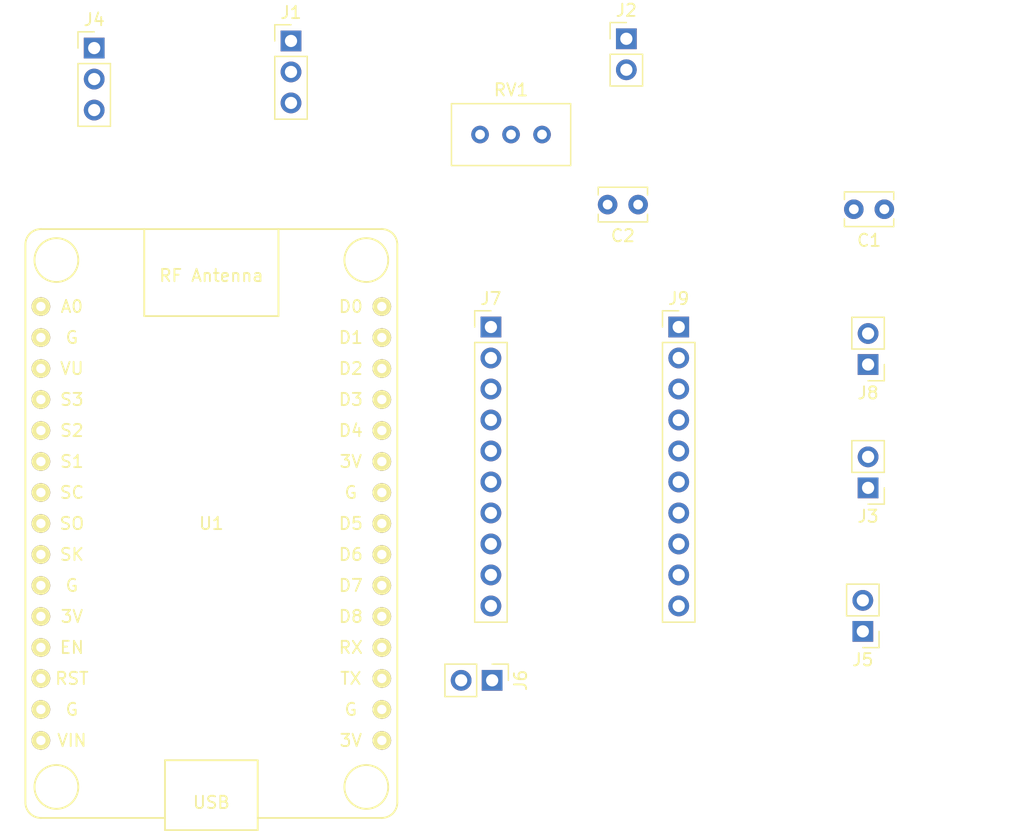
<source format=kicad_pcb>
(kicad_pcb (version 20171130) (host pcbnew 5.99.0+really5.1.10+dfsg1-1)

  (general
    (thickness 1.6)
    (drawings 0)
    (tracks 0)
    (zones 0)
    (modules 13)
    (nets 45)
  )

  (page A4)
  (layers
    (0 F.Cu signal)
    (31 B.Cu signal)
    (32 B.Adhes user)
    (33 F.Adhes user)
    (34 B.Paste user)
    (35 F.Paste user)
    (36 B.SilkS user)
    (37 F.SilkS user)
    (38 B.Mask user)
    (39 F.Mask user)
    (40 Dwgs.User user)
    (41 Cmts.User user)
    (42 Eco1.User user)
    (43 Eco2.User user)
    (44 Edge.Cuts user)
    (45 Margin user)
    (46 B.CrtYd user)
    (47 F.CrtYd user)
    (48 B.Fab user)
    (49 F.Fab user)
  )

  (setup
    (last_trace_width 0.25)
    (trace_clearance 0.2)
    (zone_clearance 0.508)
    (zone_45_only no)
    (trace_min 0.2)
    (via_size 0.8)
    (via_drill 0.4)
    (via_min_size 0.4)
    (via_min_drill 0.3)
    (uvia_size 0.3)
    (uvia_drill 0.1)
    (uvias_allowed no)
    (uvia_min_size 0.2)
    (uvia_min_drill 0.1)
    (edge_width 0.05)
    (segment_width 0.2)
    (pcb_text_width 0.3)
    (pcb_text_size 1.5 1.5)
    (mod_edge_width 0.12)
    (mod_text_size 1 1)
    (mod_text_width 0.15)
    (pad_size 1.524 1.524)
    (pad_drill 0.762)
    (pad_to_mask_clearance 0)
    (aux_axis_origin 0 0)
    (visible_elements FFFFFF7F)
    (pcbplotparams
      (layerselection 0x010fc_ffffffff)
      (usegerberextensions false)
      (usegerberattributes true)
      (usegerberadvancedattributes true)
      (creategerberjobfile true)
      (excludeedgelayer true)
      (linewidth 0.100000)
      (plotframeref false)
      (viasonmask false)
      (mode 1)
      (useauxorigin false)
      (hpglpennumber 1)
      (hpglpenspeed 20)
      (hpglpendiameter 15.000000)
      (psnegative false)
      (psa4output false)
      (plotreference true)
      (plotvalue true)
      (plotinvisibletext false)
      (padsonsilk false)
      (subtractmaskfromsilk false)
      (outputformat 1)
      (mirror false)
      (drillshape 1)
      (scaleselection 1)
      (outputdirectory ""))
  )

  (net 0 "")
  (net 1 3.3v)
  (net 2 Earth)
  (net 3 5v)
  (net 4 temp_read)
  (net 5 pump_toggle)
  (net 6 vibration_sensor_out)
  (net 7 soil_signal)
  (net 8 vibration_toggle)
  (net 9 lights_toggle)
  (net 10 "Net-(J7-Pad9)")
  (net 11 "Net-(J7-Pad8)")
  (net 12 "Net-(J7-Pad7)")
  (net 13 "Net-(J7-Pad6)")
  (net 14 "Net-(J7-Pad5)")
  (net 15 "Net-(J7-Pad4)")
  (net 16 lights_relay_signal_3.3v)
  (net 17 pump_relay_signal_3.3v)
  (net 18 pump_relay_signal_5v)
  (net 19 lights_relay_signal_5v)
  (net 20 "Net-(J9-Pad10)")
  (net 21 "Net-(J9-Pad9)")
  (net 22 "Net-(J9-Pad8)")
  (net 23 "Net-(J9-Pad7)")
  (net 24 "Net-(J9-Pad6)")
  (net 25 "Net-(J9-Pad5)")
  (net 26 "Net-(J9-Pad4)")
  (net 27 "Net-(RV1-Pad3)")
  (net 28 "Net-(U1-Pad26)")
  (net 29 GND)
  (net 30 motor_toggle)
  (net 31 "Net-(U1-Pad20)")
  (net 32 "Net-(U1-Pad19)")
  (net 33 "Net-(U1-Pad18)")
  (net 34 "Net-(U1-Pad13)")
  (net 35 "Net-(U1-Pad12)")
  (net 36 "Net-(U1-Pad10)")
  (net 37 "Net-(U1-Pad9)")
  (net 38 "Net-(U1-Pad8)")
  (net 39 "Net-(U1-Pad7)")
  (net 40 "Net-(U1-Pad6)")
  (net 41 "Net-(U1-Pad5)")
  (net 42 "Net-(U1-Pad4)")
  (net 43 "Net-(U1-Pad3)")
  (net 44 "Net-(U1-Pad2)")

  (net_class Default "This is the default net class."
    (clearance 0.2)
    (trace_width 0.25)
    (via_dia 0.8)
    (via_drill 0.4)
    (uvia_dia 0.3)
    (uvia_drill 0.1)
    (add_net 3.3v)
    (add_net 5v)
    (add_net Earth)
    (add_net GND)
    (add_net "Net-(J7-Pad4)")
    (add_net "Net-(J7-Pad5)")
    (add_net "Net-(J7-Pad6)")
    (add_net "Net-(J7-Pad7)")
    (add_net "Net-(J7-Pad8)")
    (add_net "Net-(J7-Pad9)")
    (add_net "Net-(J9-Pad10)")
    (add_net "Net-(J9-Pad4)")
    (add_net "Net-(J9-Pad5)")
    (add_net "Net-(J9-Pad6)")
    (add_net "Net-(J9-Pad7)")
    (add_net "Net-(J9-Pad8)")
    (add_net "Net-(J9-Pad9)")
    (add_net "Net-(RV1-Pad3)")
    (add_net "Net-(U1-Pad10)")
    (add_net "Net-(U1-Pad12)")
    (add_net "Net-(U1-Pad13)")
    (add_net "Net-(U1-Pad18)")
    (add_net "Net-(U1-Pad19)")
    (add_net "Net-(U1-Pad2)")
    (add_net "Net-(U1-Pad20)")
    (add_net "Net-(U1-Pad26)")
    (add_net "Net-(U1-Pad3)")
    (add_net "Net-(U1-Pad4)")
    (add_net "Net-(U1-Pad5)")
    (add_net "Net-(U1-Pad6)")
    (add_net "Net-(U1-Pad7)")
    (add_net "Net-(U1-Pad8)")
    (add_net "Net-(U1-Pad9)")
    (add_net lights_relay_signal_3.3v)
    (add_net lights_relay_signal_5v)
    (add_net lights_toggle)
    (add_net motor_toggle)
    (add_net pump_relay_signal_3.3v)
    (add_net pump_relay_signal_5v)
    (add_net pump_toggle)
    (add_net soil_signal)
    (add_net temp_read)
    (add_net vibration_sensor_out)
    (add_net vibration_toggle)
  )

  (module "ESP8266:NodeMCU1.0(12-E)" (layer F.Cu) (tedit 5AF3DDCB) (tstamp 61C5D792)
    (at 69.4436 65.0494)
    (path /61B7347B)
    (fp_text reference U1 (at 0 0) (layer F.SilkS)
      (effects (font (size 1 1) (thickness 0.15)))
    )
    (fp_text value "NodeMCU1.0(ESP-12E)" (at 0 -5.08) (layer F.Fab)
      (effects (font (size 1 1) (thickness 0.15)))
    )
    (fp_text user D0 (at 11.43 -17.78) (layer F.SilkS)
      (effects (font (size 1 1) (thickness 0.15)))
    )
    (fp_text user D1 (at 11.43 -15.24) (layer F.SilkS)
      (effects (font (size 1 1) (thickness 0.15)))
    )
    (fp_text user D2 (at 11.43 -12.7) (layer F.SilkS)
      (effects (font (size 1 1) (thickness 0.15)))
    )
    (fp_text user D3 (at 11.43 -10.16) (layer F.SilkS)
      (effects (font (size 1 1) (thickness 0.15)))
    )
    (fp_text user D4 (at 11.43 -7.62) (layer F.SilkS)
      (effects (font (size 1 1) (thickness 0.15)))
    )
    (fp_text user 3V (at 11.43 -5.08) (layer F.SilkS)
      (effects (font (size 1 1) (thickness 0.15)))
    )
    (fp_text user G (at 11.43 -2.54) (layer F.SilkS)
      (effects (font (size 1 1) (thickness 0.15)))
    )
    (fp_text user D5 (at 11.43 0) (layer F.SilkS)
      (effects (font (size 1 1) (thickness 0.15)))
    )
    (fp_text user D6 (at 11.43 2.54) (layer F.SilkS)
      (effects (font (size 1 1) (thickness 0.15)))
    )
    (fp_text user D7 (at 11.43 5.08) (layer F.SilkS)
      (effects (font (size 1 1) (thickness 0.15)))
    )
    (fp_text user D8 (at 11.43 7.62) (layer F.SilkS)
      (effects (font (size 1 1) (thickness 0.15)))
    )
    (fp_text user RX (at 11.43 10.16) (layer F.SilkS)
      (effects (font (size 1 1) (thickness 0.15)))
    )
    (fp_text user TX (at 11.43 12.7) (layer F.SilkS)
      (effects (font (size 1 1) (thickness 0.15)))
    )
    (fp_text user G (at 11.43 15.24) (layer F.SilkS)
      (effects (font (size 1 1) (thickness 0.15)))
    )
    (fp_text user 3V (at 11.43 17.78) (layer F.SilkS)
      (effects (font (size 1 1) (thickness 0.15)))
    )
    (fp_text user A0 (at -11.43 -17.78) (layer F.SilkS)
      (effects (font (size 1 1) (thickness 0.15)))
    )
    (fp_text user G (at -11.43 -15.24) (layer F.SilkS)
      (effects (font (size 1 1) (thickness 0.15)))
    )
    (fp_text user VU (at -11.43 -12.7) (layer F.SilkS)
      (effects (font (size 1 1) (thickness 0.15)))
    )
    (fp_text user S3 (at -11.43 -10.16) (layer F.SilkS)
      (effects (font (size 1 1) (thickness 0.15)))
    )
    (fp_text user S2 (at -11.43 -7.62) (layer F.SilkS)
      (effects (font (size 1 1) (thickness 0.15)))
    )
    (fp_text user S1 (at -11.43 -5.08) (layer F.SilkS)
      (effects (font (size 1 1) (thickness 0.15)))
    )
    (fp_text user SC (at -11.43 -2.54) (layer F.SilkS)
      (effects (font (size 1 1) (thickness 0.15)))
    )
    (fp_text user SO (at -11.43 0) (layer F.SilkS)
      (effects (font (size 1 1) (thickness 0.15)))
    )
    (fp_text user SK (at -11.43 2.54) (layer F.SilkS)
      (effects (font (size 1 1) (thickness 0.15)))
    )
    (fp_text user G (at -11.43 5.08) (layer F.SilkS)
      (effects (font (size 1 1) (thickness 0.15)))
    )
    (fp_text user 3V (at -11.43 7.62) (layer F.SilkS)
      (effects (font (size 1 1) (thickness 0.15)))
    )
    (fp_text user EN (at -11.43 10.16) (layer F.SilkS)
      (effects (font (size 1 1) (thickness 0.15)))
    )
    (fp_text user RST (at -11.43 12.7) (layer F.SilkS)
      (effects (font (size 1 1) (thickness 0.15)))
    )
    (fp_text user G (at -11.43 15.24) (layer F.SilkS)
      (effects (font (size 1 1) (thickness 0.15)))
    )
    (fp_text user VIN (at -11.43 17.78) (layer F.SilkS)
      (effects (font (size 1 1) (thickness 0.15)))
    )
    (fp_arc (start -13.97 22.86) (end -13.97 24.13) (angle 90) (layer F.SilkS) (width 0.15))
    (fp_arc (start 13.97 22.86) (end 15.24 22.86) (angle 90) (layer F.SilkS) (width 0.15))
    (fp_arc (start 13.97 -22.86) (end 13.97 -24.13) (angle 90) (layer F.SilkS) (width 0.15))
    (fp_arc (start -13.97 -22.86) (end -15.24 -22.86) (angle 90) (layer F.SilkS) (width 0.15))
    (fp_text user "RF Antenna" (at 0 -20.32) (layer F.SilkS)
      (effects (font (size 1 1) (thickness 0.15)))
    )
    (fp_text user USB (at 0 22.86) (layer F.SilkS)
      (effects (font (size 1 1) (thickness 0.15)))
    )
    (fp_line (start 13.98 24.13) (end 3.81 24.13) (layer F.SilkS) (width 0.15))
    (fp_line (start 5.5 -17) (end -5.5 -17) (layer F.SilkS) (width 0.15))
    (fp_line (start 5.5 -24.13) (end 5.5 -17) (layer F.SilkS) (width 0.15))
    (fp_line (start -5.5 -17) (end -5.5 -24.13) (layer F.SilkS) (width 0.15))
    (fp_line (start -3.8 25.13) (end -3.8 19.4) (layer F.SilkS) (width 0.15))
    (fp_line (start -3.8 19.4) (end 3.8 19.4) (layer F.SilkS) (width 0.15))
    (fp_line (start 3.8 19.4) (end 3.8 25.13) (layer F.SilkS) (width 0.15))
    (fp_line (start 3.8 25.13) (end -3.8 25.13) (layer F.SilkS) (width 0.15))
    (fp_line (start 15.24 -22.86) (end 15.24 22.86) (layer F.SilkS) (width 0.15))
    (fp_line (start -15.24 -22.86) (end -15.24 22.86) (layer F.SilkS) (width 0.15))
    (fp_line (start -3.8 24.13) (end -13.97 24.13) (layer F.SilkS) (width 0.15))
    (fp_circle (center 12.7 21.59) (end 13.97 20.32) (layer F.SilkS) (width 0.15))
    (fp_circle (center -12.7 21.59) (end -11.43 20.32) (layer F.SilkS) (width 0.15))
    (fp_circle (center -12.7 -21.59) (end -11.43 -22.86) (layer F.SilkS) (width 0.15))
    (fp_circle (center 12.7 -21.59) (end 13.97 -22.86) (layer F.SilkS) (width 0.15))
    (fp_line (start 13.97 -24.13) (end -13.97 -24.13) (layer F.SilkS) (width 0.15))
    (pad 30 thru_hole circle (at 13.97 -17.78) (size 1.524 1.524) (drill 0.762) (layers *.Cu *.Mask F.SilkS)
      (net 4 temp_read))
    (pad 29 thru_hole circle (at 13.97 -15.24) (size 1.524 1.524) (drill 0.762) (layers *.Cu *.Mask F.SilkS)
      (net 6 vibration_sensor_out))
    (pad 28 thru_hole circle (at 13.97 -12.7) (size 1.524 1.524) (drill 0.762) (layers *.Cu *.Mask F.SilkS)
      (net 17 pump_relay_signal_3.3v))
    (pad 27 thru_hole circle (at 13.97 -10.16) (size 1.524 1.524) (drill 0.762) (layers *.Cu *.Mask F.SilkS)
      (net 16 lights_relay_signal_3.3v))
    (pad 26 thru_hole circle (at 13.97 -7.62) (size 1.524 1.524) (drill 0.762) (layers *.Cu *.Mask F.SilkS)
      (net 28 "Net-(U1-Pad26)"))
    (pad 25 thru_hole circle (at 13.97 -5.08) (size 1.524 1.524) (drill 0.762) (layers *.Cu *.Mask F.SilkS)
      (net 1 3.3v))
    (pad 24 thru_hole circle (at 13.97 -2.54) (size 1.524 1.524) (drill 0.762) (layers *.Cu *.Mask F.SilkS)
      (net 29 GND))
    (pad 23 thru_hole circle (at 13.97 0) (size 1.524 1.524) (drill 0.762) (layers *.Cu *.Mask F.SilkS)
      (net 30 motor_toggle))
    (pad 22 thru_hole circle (at 13.97 2.54) (size 1.524 1.524) (drill 0.762) (layers *.Cu *.Mask F.SilkS)
      (net 8 vibration_toggle))
    (pad 21 thru_hole circle (at 13.97 5.08) (size 1.524 1.524) (drill 0.762) (layers *.Cu *.Mask F.SilkS)
      (net 9 lights_toggle))
    (pad 20 thru_hole circle (at 13.97 7.62) (size 1.524 1.524) (drill 0.762) (layers *.Cu *.Mask F.SilkS)
      (net 31 "Net-(U1-Pad20)"))
    (pad 19 thru_hole circle (at 13.97 10.16) (size 1.524 1.524) (drill 0.762) (layers *.Cu *.Mask F.SilkS)
      (net 32 "Net-(U1-Pad19)"))
    (pad 18 thru_hole circle (at 13.97 12.7) (size 1.524 1.524) (drill 0.762) (layers *.Cu *.Mask F.SilkS)
      (net 33 "Net-(U1-Pad18)"))
    (pad 17 thru_hole circle (at 13.97 15.24) (size 1.524 1.524) (drill 0.762) (layers *.Cu *.Mask F.SilkS)
      (net 2 Earth))
    (pad 16 thru_hole circle (at 13.97 17.78) (size 1.524 1.524) (drill 0.762) (layers *.Cu *.Mask F.SilkS)
      (net 1 3.3v))
    (pad 15 thru_hole circle (at -13.97 17.78) (size 1.524 1.524) (drill 0.762) (layers *.Cu *.Mask F.SilkS)
      (net 3 5v))
    (pad 14 thru_hole circle (at -13.97 15.24) (size 1.524 1.524) (drill 0.762) (layers *.Cu *.Mask F.SilkS)
      (net 2 Earth))
    (pad 13 thru_hole circle (at -13.97 12.7) (size 1.524 1.524) (drill 0.762) (layers *.Cu *.Mask F.SilkS)
      (net 34 "Net-(U1-Pad13)"))
    (pad 12 thru_hole circle (at -13.97 10.16) (size 1.524 1.524) (drill 0.762) (layers *.Cu *.Mask F.SilkS)
      (net 35 "Net-(U1-Pad12)"))
    (pad 11 thru_hole circle (at -13.97 7.62) (size 1.524 1.524) (drill 0.762) (layers *.Cu *.Mask F.SilkS)
      (net 1 3.3v))
    (pad 10 thru_hole circle (at -13.97 5.08) (size 1.524 1.524) (drill 0.762) (layers *.Cu *.Mask F.SilkS)
      (net 36 "Net-(U1-Pad10)"))
    (pad 9 thru_hole circle (at -13.97 2.54) (size 1.524 1.524) (drill 0.762) (layers *.Cu *.Mask F.SilkS)
      (net 37 "Net-(U1-Pad9)"))
    (pad 8 thru_hole circle (at -13.97 0) (size 1.524 1.524) (drill 0.762) (layers *.Cu *.Mask F.SilkS)
      (net 38 "Net-(U1-Pad8)"))
    (pad 7 thru_hole circle (at -13.97 -2.54) (size 1.524 1.524) (drill 0.762) (layers *.Cu *.Mask F.SilkS)
      (net 39 "Net-(U1-Pad7)"))
    (pad 6 thru_hole circle (at -13.97 -5.08) (size 1.524 1.524) (drill 0.762) (layers *.Cu *.Mask F.SilkS)
      (net 40 "Net-(U1-Pad6)"))
    (pad 5 thru_hole circle (at -13.97 -7.62) (size 1.524 1.524) (drill 0.762) (layers *.Cu *.Mask F.SilkS)
      (net 41 "Net-(U1-Pad5)"))
    (pad 4 thru_hole circle (at -13.97 -10.16) (size 1.524 1.524) (drill 0.762) (layers *.Cu *.Mask F.SilkS)
      (net 42 "Net-(U1-Pad4)"))
    (pad 3 thru_hole circle (at -13.97 -12.7) (size 1.524 1.524) (drill 0.762) (layers *.Cu *.Mask F.SilkS)
      (net 43 "Net-(U1-Pad3)"))
    (pad 2 thru_hole circle (at -13.97 -15.24) (size 1.524 1.524) (drill 0.762) (layers *.Cu *.Mask F.SilkS)
      (net 44 "Net-(U1-Pad2)"))
    (pad 1 thru_hole circle (at -13.97 -17.78) (size 1.524 1.524) (drill 0.762) (layers *.Cu *.Mask F.SilkS)
      (net 7 soil_signal))
  )

  (module Potentiometer_THT:Potentiometer_Bourns_3296W_Vertical (layer F.Cu) (tedit 5A3D4994) (tstamp 61C5D73C)
    (at 96.5454 33.1724)
    (descr "Potentiometer, vertical, Bourns 3296W, https://www.bourns.com/pdfs/3296.pdf")
    (tags "Potentiometer vertical Bourns 3296W")
    (path /61C76E86)
    (fp_text reference RV1 (at -2.54 -3.66) (layer F.SilkS)
      (effects (font (size 1 1) (thickness 0.15)))
    )
    (fp_text value R_POT (at -2.54 3.67) (layer F.Fab)
      (effects (font (size 1 1) (thickness 0.15)))
    )
    (fp_text user %R (at -3.175 0.005) (layer F.Fab)
      (effects (font (size 1 1) (thickness 0.15)))
    )
    (fp_circle (center 0.955 1.15) (end 2.05 1.15) (layer F.Fab) (width 0.1))
    (fp_line (start -7.305 -2.41) (end -7.305 2.42) (layer F.Fab) (width 0.1))
    (fp_line (start -7.305 2.42) (end 2.225 2.42) (layer F.Fab) (width 0.1))
    (fp_line (start 2.225 2.42) (end 2.225 -2.41) (layer F.Fab) (width 0.1))
    (fp_line (start 2.225 -2.41) (end -7.305 -2.41) (layer F.Fab) (width 0.1))
    (fp_line (start 0.955 2.235) (end 0.956 0.066) (layer F.Fab) (width 0.1))
    (fp_line (start 0.955 2.235) (end 0.956 0.066) (layer F.Fab) (width 0.1))
    (fp_line (start -7.425 -2.53) (end 2.345 -2.53) (layer F.SilkS) (width 0.12))
    (fp_line (start -7.425 2.54) (end 2.345 2.54) (layer F.SilkS) (width 0.12))
    (fp_line (start -7.425 -2.53) (end -7.425 2.54) (layer F.SilkS) (width 0.12))
    (fp_line (start 2.345 -2.53) (end 2.345 2.54) (layer F.SilkS) (width 0.12))
    (fp_line (start -7.6 -2.7) (end -7.6 2.7) (layer F.CrtYd) (width 0.05))
    (fp_line (start -7.6 2.7) (end 2.5 2.7) (layer F.CrtYd) (width 0.05))
    (fp_line (start 2.5 2.7) (end 2.5 -2.7) (layer F.CrtYd) (width 0.05))
    (fp_line (start 2.5 -2.7) (end -7.6 -2.7) (layer F.CrtYd) (width 0.05))
    (pad 3 thru_hole circle (at -5.08 0) (size 1.44 1.44) (drill 0.8) (layers *.Cu *.Mask)
      (net 27 "Net-(RV1-Pad3)"))
    (pad 2 thru_hole circle (at -2.54 0) (size 1.44 1.44) (drill 0.8) (layers *.Cu *.Mask)
      (net 4 temp_read))
    (pad 1 thru_hole circle (at 0 0) (size 1.44 1.44) (drill 0.8) (layers *.Cu *.Mask)
      (net 1 3.3v))
    (model ${KISYS3DMOD}/Potentiometer_THT.3dshapes/Potentiometer_Bourns_3296W_Vertical.wrl
      (at (xyz 0 0 0))
      (scale (xyz 1 1 1))
      (rotate (xyz 0 0 0))
    )
  )

  (module Connector_PinHeader_2.54mm:PinHeader_1x10_P2.54mm_Vertical (layer F.Cu) (tedit 59FED5CC) (tstamp 61C5D725)
    (at 107.7468 48.9458)
    (descr "Through hole straight pin header, 1x10, 2.54mm pitch, single row")
    (tags "Through hole pin header THT 1x10 2.54mm single row")
    (path /61B8068D)
    (fp_text reference J9 (at 0 -2.33) (layer F.SilkS)
      (effects (font (size 1 1) (thickness 0.15)))
    )
    (fp_text value Conn_01x10_Male (at 0 25.19) (layer F.Fab)
      (effects (font (size 1 1) (thickness 0.15)))
    )
    (fp_text user %R (at 0 11.43 90) (layer F.Fab)
      (effects (font (size 1 1) (thickness 0.15)))
    )
    (fp_line (start -0.635 -1.27) (end 1.27 -1.27) (layer F.Fab) (width 0.1))
    (fp_line (start 1.27 -1.27) (end 1.27 24.13) (layer F.Fab) (width 0.1))
    (fp_line (start 1.27 24.13) (end -1.27 24.13) (layer F.Fab) (width 0.1))
    (fp_line (start -1.27 24.13) (end -1.27 -0.635) (layer F.Fab) (width 0.1))
    (fp_line (start -1.27 -0.635) (end -0.635 -1.27) (layer F.Fab) (width 0.1))
    (fp_line (start -1.33 24.19) (end 1.33 24.19) (layer F.SilkS) (width 0.12))
    (fp_line (start -1.33 1.27) (end -1.33 24.19) (layer F.SilkS) (width 0.12))
    (fp_line (start 1.33 1.27) (end 1.33 24.19) (layer F.SilkS) (width 0.12))
    (fp_line (start -1.33 1.27) (end 1.33 1.27) (layer F.SilkS) (width 0.12))
    (fp_line (start -1.33 0) (end -1.33 -1.33) (layer F.SilkS) (width 0.12))
    (fp_line (start -1.33 -1.33) (end 0 -1.33) (layer F.SilkS) (width 0.12))
    (fp_line (start -1.8 -1.8) (end -1.8 24.65) (layer F.CrtYd) (width 0.05))
    (fp_line (start -1.8 24.65) (end 1.8 24.65) (layer F.CrtYd) (width 0.05))
    (fp_line (start 1.8 24.65) (end 1.8 -1.8) (layer F.CrtYd) (width 0.05))
    (fp_line (start 1.8 -1.8) (end -1.8 -1.8) (layer F.CrtYd) (width 0.05))
    (pad 10 thru_hole oval (at 0 22.86) (size 1.7 1.7) (drill 1) (layers *.Cu *.Mask)
      (net 20 "Net-(J9-Pad10)"))
    (pad 9 thru_hole oval (at 0 20.32) (size 1.7 1.7) (drill 1) (layers *.Cu *.Mask)
      (net 21 "Net-(J9-Pad9)"))
    (pad 8 thru_hole oval (at 0 17.78) (size 1.7 1.7) (drill 1) (layers *.Cu *.Mask)
      (net 22 "Net-(J9-Pad8)"))
    (pad 7 thru_hole oval (at 0 15.24) (size 1.7 1.7) (drill 1) (layers *.Cu *.Mask)
      (net 23 "Net-(J9-Pad7)"))
    (pad 6 thru_hole oval (at 0 12.7) (size 1.7 1.7) (drill 1) (layers *.Cu *.Mask)
      (net 24 "Net-(J9-Pad6)"))
    (pad 5 thru_hole oval (at 0 10.16) (size 1.7 1.7) (drill 1) (layers *.Cu *.Mask)
      (net 25 "Net-(J9-Pad5)"))
    (pad 4 thru_hole oval (at 0 7.62) (size 1.7 1.7) (drill 1) (layers *.Cu *.Mask)
      (net 26 "Net-(J9-Pad4)"))
    (pad 3 thru_hole oval (at 0 5.08) (size 1.7 1.7) (drill 1) (layers *.Cu *.Mask)
      (net 19 lights_relay_signal_5v))
    (pad 2 thru_hole oval (at 0 2.54) (size 1.7 1.7) (drill 1) (layers *.Cu *.Mask)
      (net 18 pump_relay_signal_5v))
    (pad 1 thru_hole rect (at 0 0) (size 1.7 1.7) (drill 1) (layers *.Cu *.Mask)
      (net 3 5v))
    (model ${KISYS3DMOD}/Connector_PinHeader_2.54mm.3dshapes/PinHeader_1x10_P2.54mm_Vertical.wrl
      (at (xyz 0 0 0))
      (scale (xyz 1 1 1))
      (rotate (xyz 0 0 0))
    )
  )

  (module Connector_PinHeader_2.54mm:PinHeader_1x02_P2.54mm_Vertical (layer F.Cu) (tedit 59FED5CC) (tstamp 61C5D707)
    (at 123.2662 52.0192 180)
    (descr "Through hole straight pin header, 1x02, 2.54mm pitch, single row")
    (tags "Through hole pin header THT 1x02 2.54mm single row")
    (path /61B7CB7B)
    (fp_text reference J8 (at 0 -2.33) (layer F.SilkS)
      (effects (font (size 1 1) (thickness 0.15)))
    )
    (fp_text value Conn_01x02_Female (at 0 4.87) (layer F.Fab)
      (effects (font (size 1 1) (thickness 0.15)))
    )
    (fp_text user %R (at 9.7282 4.4196 90) (layer F.Fab)
      (effects (font (size 1 1) (thickness 0.15)))
    )
    (fp_line (start -0.635 -1.27) (end 1.27 -1.27) (layer F.Fab) (width 0.1))
    (fp_line (start 1.27 -1.27) (end 1.27 3.81) (layer F.Fab) (width 0.1))
    (fp_line (start 1.27 3.81) (end -1.27 3.81) (layer F.Fab) (width 0.1))
    (fp_line (start -1.27 3.81) (end -1.27 -0.635) (layer F.Fab) (width 0.1))
    (fp_line (start -1.27 -0.635) (end -0.635 -1.27) (layer F.Fab) (width 0.1))
    (fp_line (start -1.33 3.87) (end 1.33 3.87) (layer F.SilkS) (width 0.12))
    (fp_line (start -1.33 1.27) (end -1.33 3.87) (layer F.SilkS) (width 0.12))
    (fp_line (start 1.33 1.27) (end 1.33 3.87) (layer F.SilkS) (width 0.12))
    (fp_line (start -1.33 1.27) (end 1.33 1.27) (layer F.SilkS) (width 0.12))
    (fp_line (start -1.33 0) (end -1.33 -1.33) (layer F.SilkS) (width 0.12))
    (fp_line (start -1.33 -1.33) (end 0 -1.33) (layer F.SilkS) (width 0.12))
    (fp_line (start -1.8 -1.8) (end -1.8 4.35) (layer F.CrtYd) (width 0.05))
    (fp_line (start -1.8 4.35) (end 1.8 4.35) (layer F.CrtYd) (width 0.05))
    (fp_line (start 1.8 4.35) (end 1.8 -1.8) (layer F.CrtYd) (width 0.05))
    (fp_line (start 1.8 -1.8) (end -1.8 -1.8) (layer F.CrtYd) (width 0.05))
    (pad 2 thru_hole oval (at 0 2.54 180) (size 1.7 1.7) (drill 1) (layers *.Cu *.Mask)
      (net 18 pump_relay_signal_5v))
    (pad 1 thru_hole rect (at 0 0 180) (size 1.7 1.7) (drill 1) (layers *.Cu *.Mask)
      (net 19 lights_relay_signal_5v))
    (model ${KISYS3DMOD}/Connector_PinHeader_2.54mm.3dshapes/PinHeader_1x02_P2.54mm_Vertical.wrl
      (at (xyz 0 0 0))
      (scale (xyz 1 1 1))
      (rotate (xyz 0 0 0))
    )
  )

  (module Connector_PinHeader_2.54mm:PinHeader_1x10_P2.54mm_Vertical (layer F.Cu) (tedit 59FED5CC) (tstamp 61C5D6F1)
    (at 92.3544 48.9458)
    (descr "Through hole straight pin header, 1x10, 2.54mm pitch, single row")
    (tags "Through hole pin header THT 1x10 2.54mm single row")
    (path /61B7F496)
    (fp_text reference J7 (at 0 -2.33) (layer F.SilkS)
      (effects (font (size 1 1) (thickness 0.15)))
    )
    (fp_text value Conn_01x10_Male (at 0 25.19) (layer F.Fab)
      (effects (font (size 1 1) (thickness 0.15)))
    )
    (fp_text user %R (at 0 11.43 90) (layer F.Fab)
      (effects (font (size 1 1) (thickness 0.15)))
    )
    (fp_line (start -0.635 -1.27) (end 1.27 -1.27) (layer F.Fab) (width 0.1))
    (fp_line (start 1.27 -1.27) (end 1.27 24.13) (layer F.Fab) (width 0.1))
    (fp_line (start 1.27 24.13) (end -1.27 24.13) (layer F.Fab) (width 0.1))
    (fp_line (start -1.27 24.13) (end -1.27 -0.635) (layer F.Fab) (width 0.1))
    (fp_line (start -1.27 -0.635) (end -0.635 -1.27) (layer F.Fab) (width 0.1))
    (fp_line (start -1.33 24.19) (end 1.33 24.19) (layer F.SilkS) (width 0.12))
    (fp_line (start -1.33 1.27) (end -1.33 24.19) (layer F.SilkS) (width 0.12))
    (fp_line (start 1.33 1.27) (end 1.33 24.19) (layer F.SilkS) (width 0.12))
    (fp_line (start -1.33 1.27) (end 1.33 1.27) (layer F.SilkS) (width 0.12))
    (fp_line (start -1.33 0) (end -1.33 -1.33) (layer F.SilkS) (width 0.12))
    (fp_line (start -1.33 -1.33) (end 0 -1.33) (layer F.SilkS) (width 0.12))
    (fp_line (start -1.8 -1.8) (end -1.8 24.65) (layer F.CrtYd) (width 0.05))
    (fp_line (start -1.8 24.65) (end 1.8 24.65) (layer F.CrtYd) (width 0.05))
    (fp_line (start 1.8 24.65) (end 1.8 -1.8) (layer F.CrtYd) (width 0.05))
    (fp_line (start 1.8 -1.8) (end -1.8 -1.8) (layer F.CrtYd) (width 0.05))
    (pad 10 thru_hole oval (at 0 22.86) (size 1.7 1.7) (drill 1) (layers *.Cu *.Mask)
      (net 1 3.3v))
    (pad 9 thru_hole oval (at 0 20.32) (size 1.7 1.7) (drill 1) (layers *.Cu *.Mask)
      (net 10 "Net-(J7-Pad9)"))
    (pad 8 thru_hole oval (at 0 17.78) (size 1.7 1.7) (drill 1) (layers *.Cu *.Mask)
      (net 11 "Net-(J7-Pad8)"))
    (pad 7 thru_hole oval (at 0 15.24) (size 1.7 1.7) (drill 1) (layers *.Cu *.Mask)
      (net 12 "Net-(J7-Pad7)"))
    (pad 6 thru_hole oval (at 0 12.7) (size 1.7 1.7) (drill 1) (layers *.Cu *.Mask)
      (net 13 "Net-(J7-Pad6)"))
    (pad 5 thru_hole oval (at 0 10.16) (size 1.7 1.7) (drill 1) (layers *.Cu *.Mask)
      (net 14 "Net-(J7-Pad5)"))
    (pad 4 thru_hole oval (at 0 7.62) (size 1.7 1.7) (drill 1) (layers *.Cu *.Mask)
      (net 15 "Net-(J7-Pad4)"))
    (pad 3 thru_hole oval (at 0 5.08) (size 1.7 1.7) (drill 1) (layers *.Cu *.Mask)
      (net 16 lights_relay_signal_3.3v))
    (pad 2 thru_hole oval (at 0 2.54) (size 1.7 1.7) (drill 1) (layers *.Cu *.Mask)
      (net 17 pump_relay_signal_3.3v))
    (pad 1 thru_hole rect (at 0 0) (size 1.7 1.7) (drill 1) (layers *.Cu *.Mask)
      (net 1 3.3v))
    (model ${KISYS3DMOD}/Connector_PinHeader_2.54mm.3dshapes/PinHeader_1x10_P2.54mm_Vertical.wrl
      (at (xyz 0 0 0))
      (scale (xyz 1 1 1))
      (rotate (xyz 0 0 0))
    )
  )

  (module Connector_PinHeader_2.54mm:PinHeader_1x02_P2.54mm_Vertical (layer F.Cu) (tedit 59FED5CC) (tstamp 61C5D6D3)
    (at 92.456 77.9018 270)
    (descr "Through hole straight pin header, 1x02, 2.54mm pitch, single row")
    (tags "Through hole pin header THT 1x02 2.54mm single row")
    (path /61B7C09F)
    (fp_text reference J6 (at 0 -2.33 90) (layer F.SilkS)
      (effects (font (size 1 1) (thickness 0.15)))
    )
    (fp_text value Conn_01x02_Female (at 0 4.87 90) (layer F.Fab)
      (effects (font (size 1 1) (thickness 0.15)))
    )
    (fp_text user %R (at 0 1.27) (layer F.Fab)
      (effects (font (size 1 1) (thickness 0.15)))
    )
    (fp_line (start -0.635 -1.27) (end 1.27 -1.27) (layer F.Fab) (width 0.1))
    (fp_line (start 1.27 -1.27) (end 1.27 3.81) (layer F.Fab) (width 0.1))
    (fp_line (start 1.27 3.81) (end -1.27 3.81) (layer F.Fab) (width 0.1))
    (fp_line (start -1.27 3.81) (end -1.27 -0.635) (layer F.Fab) (width 0.1))
    (fp_line (start -1.27 -0.635) (end -0.635 -1.27) (layer F.Fab) (width 0.1))
    (fp_line (start -1.33 3.87) (end 1.33 3.87) (layer F.SilkS) (width 0.12))
    (fp_line (start -1.33 1.27) (end -1.33 3.87) (layer F.SilkS) (width 0.12))
    (fp_line (start 1.33 1.27) (end 1.33 3.87) (layer F.SilkS) (width 0.12))
    (fp_line (start -1.33 1.27) (end 1.33 1.27) (layer F.SilkS) (width 0.12))
    (fp_line (start -1.33 0) (end -1.33 -1.33) (layer F.SilkS) (width 0.12))
    (fp_line (start -1.33 -1.33) (end 0 -1.33) (layer F.SilkS) (width 0.12))
    (fp_line (start -1.8 -1.8) (end -1.8 4.35) (layer F.CrtYd) (width 0.05))
    (fp_line (start -1.8 4.35) (end 1.8 4.35) (layer F.CrtYd) (width 0.05))
    (fp_line (start 1.8 4.35) (end 1.8 -1.8) (layer F.CrtYd) (width 0.05))
    (fp_line (start 1.8 -1.8) (end -1.8 -1.8) (layer F.CrtYd) (width 0.05))
    (pad 2 thru_hole oval (at 0 2.54 270) (size 1.7 1.7) (drill 1) (layers *.Cu *.Mask)
      (net 9 lights_toggle))
    (pad 1 thru_hole rect (at 0 0 270) (size 1.7 1.7) (drill 1) (layers *.Cu *.Mask)
      (net 2 Earth))
    (model ${KISYS3DMOD}/Connector_PinHeader_2.54mm.3dshapes/PinHeader_1x02_P2.54mm_Vertical.wrl
      (at (xyz 0 0 0))
      (scale (xyz 1 1 1))
      (rotate (xyz 0 0 0))
    )
  )

  (module Connector_PinHeader_2.54mm:PinHeader_1x02_P2.54mm_Vertical (layer F.Cu) (tedit 59FED5CC) (tstamp 61C5D6BD)
    (at 122.8344 73.8886 180)
    (descr "Through hole straight pin header, 1x02, 2.54mm pitch, single row")
    (tags "Through hole pin header THT 1x02 2.54mm single row")
    (path /61B79B2C)
    (fp_text reference J5 (at 0 -2.33) (layer F.SilkS)
      (effects (font (size 1 1) (thickness 0.15)))
    )
    (fp_text value Conn_01x02_Female (at 0 4.87) (layer F.Fab)
      (effects (font (size 1 1) (thickness 0.15)))
    )
    (fp_text user %R (at -2.3114 -2.0066 90) (layer F.Fab)
      (effects (font (size 1 1) (thickness 0.15)))
    )
    (fp_line (start -0.635 -1.27) (end 1.27 -1.27) (layer F.Fab) (width 0.1))
    (fp_line (start 1.27 -1.27) (end 1.27 3.81) (layer F.Fab) (width 0.1))
    (fp_line (start 1.27 3.81) (end -1.27 3.81) (layer F.Fab) (width 0.1))
    (fp_line (start -1.27 3.81) (end -1.27 -0.635) (layer F.Fab) (width 0.1))
    (fp_line (start -1.27 -0.635) (end -0.635 -1.27) (layer F.Fab) (width 0.1))
    (fp_line (start -1.33 3.87) (end 1.33 3.87) (layer F.SilkS) (width 0.12))
    (fp_line (start -1.33 1.27) (end -1.33 3.87) (layer F.SilkS) (width 0.12))
    (fp_line (start 1.33 1.27) (end 1.33 3.87) (layer F.SilkS) (width 0.12))
    (fp_line (start -1.33 1.27) (end 1.33 1.27) (layer F.SilkS) (width 0.12))
    (fp_line (start -1.33 0) (end -1.33 -1.33) (layer F.SilkS) (width 0.12))
    (fp_line (start -1.33 -1.33) (end 0 -1.33) (layer F.SilkS) (width 0.12))
    (fp_line (start -1.8 -1.8) (end -1.8 4.35) (layer F.CrtYd) (width 0.05))
    (fp_line (start -1.8 4.35) (end 1.8 4.35) (layer F.CrtYd) (width 0.05))
    (fp_line (start 1.8 4.35) (end 1.8 -1.8) (layer F.CrtYd) (width 0.05))
    (fp_line (start 1.8 -1.8) (end -1.8 -1.8) (layer F.CrtYd) (width 0.05))
    (pad 2 thru_hole oval (at 0 2.54 180) (size 1.7 1.7) (drill 1) (layers *.Cu *.Mask)
      (net 8 vibration_toggle))
    (pad 1 thru_hole rect (at 0 0 180) (size 1.7 1.7) (drill 1) (layers *.Cu *.Mask)
      (net 2 Earth))
    (model ${KISYS3DMOD}/Connector_PinHeader_2.54mm.3dshapes/PinHeader_1x02_P2.54mm_Vertical.wrl
      (at (xyz 0 0 0))
      (scale (xyz 1 1 1))
      (rotate (xyz 0 0 0))
    )
  )

  (module Connector_PinHeader_2.54mm:PinHeader_1x03_P2.54mm_Vertical (layer F.Cu) (tedit 59FED5CC) (tstamp 61C5D6A7)
    (at 59.8424 26.0858)
    (descr "Through hole straight pin header, 1x03, 2.54mm pitch, single row")
    (tags "Through hole pin header THT 1x03 2.54mm single row")
    (path /61B74017)
    (fp_text reference J4 (at 0 -2.33) (layer F.SilkS)
      (effects (font (size 1 1) (thickness 0.15)))
    )
    (fp_text value Conn_01x03_Female (at 0 7.41) (layer F.Fab)
      (effects (font (size 1 1) (thickness 0.15)))
    )
    (fp_text user %R (at 0 2.54 90) (layer F.Fab)
      (effects (font (size 1 1) (thickness 0.15)))
    )
    (fp_line (start -0.635 -1.27) (end 1.27 -1.27) (layer F.Fab) (width 0.1))
    (fp_line (start 1.27 -1.27) (end 1.27 6.35) (layer F.Fab) (width 0.1))
    (fp_line (start 1.27 6.35) (end -1.27 6.35) (layer F.Fab) (width 0.1))
    (fp_line (start -1.27 6.35) (end -1.27 -0.635) (layer F.Fab) (width 0.1))
    (fp_line (start -1.27 -0.635) (end -0.635 -1.27) (layer F.Fab) (width 0.1))
    (fp_line (start -1.33 6.41) (end 1.33 6.41) (layer F.SilkS) (width 0.12))
    (fp_line (start -1.33 1.27) (end -1.33 6.41) (layer F.SilkS) (width 0.12))
    (fp_line (start 1.33 1.27) (end 1.33 6.41) (layer F.SilkS) (width 0.12))
    (fp_line (start -1.33 1.27) (end 1.33 1.27) (layer F.SilkS) (width 0.12))
    (fp_line (start -1.33 0) (end -1.33 -1.33) (layer F.SilkS) (width 0.12))
    (fp_line (start -1.33 -1.33) (end 0 -1.33) (layer F.SilkS) (width 0.12))
    (fp_line (start -1.8 -1.8) (end -1.8 6.85) (layer F.CrtYd) (width 0.05))
    (fp_line (start -1.8 6.85) (end 1.8 6.85) (layer F.CrtYd) (width 0.05))
    (fp_line (start 1.8 6.85) (end 1.8 -1.8) (layer F.CrtYd) (width 0.05))
    (fp_line (start 1.8 -1.8) (end -1.8 -1.8) (layer F.CrtYd) (width 0.05))
    (pad 3 thru_hole oval (at 0 5.08) (size 1.7 1.7) (drill 1) (layers *.Cu *.Mask)
      (net 1 3.3v))
    (pad 2 thru_hole oval (at 0 2.54) (size 1.7 1.7) (drill 1) (layers *.Cu *.Mask)
      (net 7 soil_signal))
    (pad 1 thru_hole rect (at 0 0) (size 1.7 1.7) (drill 1) (layers *.Cu *.Mask)
      (net 2 Earth))
    (model ${KISYS3DMOD}/Connector_PinHeader_2.54mm.3dshapes/PinHeader_1x03_P2.54mm_Vertical.wrl
      (at (xyz 0 0 0))
      (scale (xyz 1 1 1))
      (rotate (xyz 0 0 0))
    )
  )

  (module Connector_PinHeader_2.54mm:PinHeader_1x02_P2.54mm_Vertical (layer F.Cu) (tedit 59FED5CC) (tstamp 61C5D690)
    (at 123.2662 62.1284 180)
    (descr "Through hole straight pin header, 1x02, 2.54mm pitch, single row")
    (tags "Through hole pin header THT 1x02 2.54mm single row")
    (path /61B83D07)
    (fp_text reference J3 (at 0 -2.33) (layer F.SilkS)
      (effects (font (size 1 1) (thickness 0.15)))
    )
    (fp_text value Conn_01x02_Female (at 0 4.87) (layer F.Fab)
      (effects (font (size 1 1) (thickness 0.15)))
    )
    (fp_text user %R (at 0 2.0066 90) (layer F.Fab)
      (effects (font (size 1 1) (thickness 0.15)))
    )
    (fp_line (start -0.635 -1.27) (end 1.27 -1.27) (layer F.Fab) (width 0.1))
    (fp_line (start 1.27 -1.27) (end 1.27 3.81) (layer F.Fab) (width 0.1))
    (fp_line (start 1.27 3.81) (end -1.27 3.81) (layer F.Fab) (width 0.1))
    (fp_line (start -1.27 3.81) (end -1.27 -0.635) (layer F.Fab) (width 0.1))
    (fp_line (start -1.27 -0.635) (end -0.635 -1.27) (layer F.Fab) (width 0.1))
    (fp_line (start -1.33 3.87) (end 1.33 3.87) (layer F.SilkS) (width 0.12))
    (fp_line (start -1.33 1.27) (end -1.33 3.87) (layer F.SilkS) (width 0.12))
    (fp_line (start 1.33 1.27) (end 1.33 3.87) (layer F.SilkS) (width 0.12))
    (fp_line (start -1.33 1.27) (end 1.33 1.27) (layer F.SilkS) (width 0.12))
    (fp_line (start -1.33 0) (end -1.33 -1.33) (layer F.SilkS) (width 0.12))
    (fp_line (start -1.33 -1.33) (end 0 -1.33) (layer F.SilkS) (width 0.12))
    (fp_line (start -1.8 -1.8) (end -1.8 4.35) (layer F.CrtYd) (width 0.05))
    (fp_line (start -1.8 4.35) (end 1.8 4.35) (layer F.CrtYd) (width 0.05))
    (fp_line (start 1.8 4.35) (end 1.8 -1.8) (layer F.CrtYd) (width 0.05))
    (fp_line (start 1.8 -1.8) (end -1.8 -1.8) (layer F.CrtYd) (width 0.05))
    (pad 2 thru_hole oval (at 0 2.54 180) (size 1.7 1.7) (drill 1) (layers *.Cu *.Mask)
      (net 6 vibration_sensor_out))
    (pad 1 thru_hole rect (at 0 0 180) (size 1.7 1.7) (drill 1) (layers *.Cu *.Mask)
      (net 1 3.3v))
    (model ${KISYS3DMOD}/Connector_PinHeader_2.54mm.3dshapes/PinHeader_1x02_P2.54mm_Vertical.wrl
      (at (xyz 0 0 0))
      (scale (xyz 1 1 1))
      (rotate (xyz 0 0 0))
    )
  )

  (module Connector_PinHeader_2.54mm:PinHeader_1x02_P2.54mm_Vertical (layer F.Cu) (tedit 59FED5CC) (tstamp 61C5D67A)
    (at 103.4542 25.3238)
    (descr "Through hole straight pin header, 1x02, 2.54mm pitch, single row")
    (tags "Through hole pin header THT 1x02 2.54mm single row")
    (path /61B75680)
    (fp_text reference J2 (at 0 -2.33) (layer F.SilkS)
      (effects (font (size 1 1) (thickness 0.15)))
    )
    (fp_text value Conn_01x02_Female (at 0 4.87) (layer F.Fab)
      (effects (font (size 1 1) (thickness 0.15)))
    )
    (fp_text user %R (at -0.254 13.8684 90) (layer F.Fab)
      (effects (font (size 1 1) (thickness 0.15)))
    )
    (fp_line (start -0.635 -1.27) (end 1.27 -1.27) (layer F.Fab) (width 0.1))
    (fp_line (start 1.27 -1.27) (end 1.27 3.81) (layer F.Fab) (width 0.1))
    (fp_line (start 1.27 3.81) (end -1.27 3.81) (layer F.Fab) (width 0.1))
    (fp_line (start -1.27 3.81) (end -1.27 -0.635) (layer F.Fab) (width 0.1))
    (fp_line (start -1.27 -0.635) (end -0.635 -1.27) (layer F.Fab) (width 0.1))
    (fp_line (start -1.33 3.87) (end 1.33 3.87) (layer F.SilkS) (width 0.12))
    (fp_line (start -1.33 1.27) (end -1.33 3.87) (layer F.SilkS) (width 0.12))
    (fp_line (start 1.33 1.27) (end 1.33 3.87) (layer F.SilkS) (width 0.12))
    (fp_line (start -1.33 1.27) (end 1.33 1.27) (layer F.SilkS) (width 0.12))
    (fp_line (start -1.33 0) (end -1.33 -1.33) (layer F.SilkS) (width 0.12))
    (fp_line (start -1.33 -1.33) (end 0 -1.33) (layer F.SilkS) (width 0.12))
    (fp_line (start -1.8 -1.8) (end -1.8 4.35) (layer F.CrtYd) (width 0.05))
    (fp_line (start -1.8 4.35) (end 1.8 4.35) (layer F.CrtYd) (width 0.05))
    (fp_line (start 1.8 4.35) (end 1.8 -1.8) (layer F.CrtYd) (width 0.05))
    (fp_line (start 1.8 -1.8) (end -1.8 -1.8) (layer F.CrtYd) (width 0.05))
    (pad 2 thru_hole oval (at 0 2.54) (size 1.7 1.7) (drill 1) (layers *.Cu *.Mask)
      (net 5 pump_toggle))
    (pad 1 thru_hole rect (at 0 0) (size 1.7 1.7) (drill 1) (layers *.Cu *.Mask)
      (net 2 Earth))
    (model ${KISYS3DMOD}/Connector_PinHeader_2.54mm.3dshapes/PinHeader_1x02_P2.54mm_Vertical.wrl
      (at (xyz 0 0 0))
      (scale (xyz 1 1 1))
      (rotate (xyz 0 0 0))
    )
  )

  (module Connector_PinHeader_2.54mm:PinHeader_1x03_P2.54mm_Vertical (layer F.Cu) (tedit 59FED5CC) (tstamp 61C5D664)
    (at 75.9714 25.5016)
    (descr "Through hole straight pin header, 1x03, 2.54mm pitch, single row")
    (tags "Through hole pin header THT 1x03 2.54mm single row")
    (path /61B74B5F)
    (fp_text reference J1 (at 0 -2.33) (layer F.SilkS)
      (effects (font (size 1 1) (thickness 0.15)))
    )
    (fp_text value Conn_01x03_Female (at 0 7.41) (layer F.Fab)
      (effects (font (size 1 1) (thickness 0.15)))
    )
    (fp_text user %R (at 0 2.54 90) (layer F.Fab)
      (effects (font (size 1 1) (thickness 0.15)))
    )
    (fp_line (start -0.635 -1.27) (end 1.27 -1.27) (layer F.Fab) (width 0.1))
    (fp_line (start 1.27 -1.27) (end 1.27 6.35) (layer F.Fab) (width 0.1))
    (fp_line (start 1.27 6.35) (end -1.27 6.35) (layer F.Fab) (width 0.1))
    (fp_line (start -1.27 6.35) (end -1.27 -0.635) (layer F.Fab) (width 0.1))
    (fp_line (start -1.27 -0.635) (end -0.635 -1.27) (layer F.Fab) (width 0.1))
    (fp_line (start -1.33 6.41) (end 1.33 6.41) (layer F.SilkS) (width 0.12))
    (fp_line (start -1.33 1.27) (end -1.33 6.41) (layer F.SilkS) (width 0.12))
    (fp_line (start 1.33 1.27) (end 1.33 6.41) (layer F.SilkS) (width 0.12))
    (fp_line (start -1.33 1.27) (end 1.33 1.27) (layer F.SilkS) (width 0.12))
    (fp_line (start -1.33 0) (end -1.33 -1.33) (layer F.SilkS) (width 0.12))
    (fp_line (start -1.33 -1.33) (end 0 -1.33) (layer F.SilkS) (width 0.12))
    (fp_line (start -1.8 -1.8) (end -1.8 6.85) (layer F.CrtYd) (width 0.05))
    (fp_line (start -1.8 6.85) (end 1.8 6.85) (layer F.CrtYd) (width 0.05))
    (fp_line (start 1.8 6.85) (end 1.8 -1.8) (layer F.CrtYd) (width 0.05))
    (fp_line (start 1.8 -1.8) (end -1.8 -1.8) (layer F.CrtYd) (width 0.05))
    (pad 3 thru_hole oval (at 0 5.08) (size 1.7 1.7) (drill 1) (layers *.Cu *.Mask)
      (net 2 Earth))
    (pad 2 thru_hole oval (at 0 2.54) (size 1.7 1.7) (drill 1) (layers *.Cu *.Mask)
      (net 4 temp_read))
    (pad 1 thru_hole rect (at 0 0) (size 1.7 1.7) (drill 1) (layers *.Cu *.Mask)
      (net 2 Earth))
    (model ${KISYS3DMOD}/Connector_PinHeader_2.54mm.3dshapes/PinHeader_1x03_P2.54mm_Vertical.wrl
      (at (xyz 0 0 0))
      (scale (xyz 1 1 1))
      (rotate (xyz 0 0 0))
    )
  )

  (module Capacitor_THT:C_Disc_D3.8mm_W2.6mm_P2.50mm (layer F.Cu) (tedit 5AE50EF0) (tstamp 61C5D64D)
    (at 104.4194 38.9128 180)
    (descr "C, Disc series, Radial, pin pitch=2.50mm, , diameter*width=3.8*2.6mm^2, Capacitor, http://www.vishay.com/docs/45233/krseries.pdf")
    (tags "C Disc series Radial pin pitch 2.50mm  diameter 3.8mm width 2.6mm Capacitor")
    (path /61B88E26)
    (fp_text reference C2 (at 1.25 -2.55) (layer F.SilkS)
      (effects (font (size 1 1) (thickness 0.15)))
    )
    (fp_text value 0.1uF (at 1.25 2.55) (layer F.Fab)
      (effects (font (size 1 1) (thickness 0.15)))
    )
    (fp_text user %R (at -6.8726 -0.6096) (layer F.Fab)
      (effects (font (size 0.76 0.76) (thickness 0.114)))
    )
    (fp_line (start -0.65 -1.3) (end -0.65 1.3) (layer F.Fab) (width 0.1))
    (fp_line (start -0.65 1.3) (end 3.15 1.3) (layer F.Fab) (width 0.1))
    (fp_line (start 3.15 1.3) (end 3.15 -1.3) (layer F.Fab) (width 0.1))
    (fp_line (start 3.15 -1.3) (end -0.65 -1.3) (layer F.Fab) (width 0.1))
    (fp_line (start -0.77 -1.42) (end 3.27 -1.42) (layer F.SilkS) (width 0.12))
    (fp_line (start -0.77 1.42) (end 3.27 1.42) (layer F.SilkS) (width 0.12))
    (fp_line (start -0.77 -1.42) (end -0.77 -0.795) (layer F.SilkS) (width 0.12))
    (fp_line (start -0.77 0.795) (end -0.77 1.42) (layer F.SilkS) (width 0.12))
    (fp_line (start 3.27 -1.42) (end 3.27 -0.795) (layer F.SilkS) (width 0.12))
    (fp_line (start 3.27 0.795) (end 3.27 1.42) (layer F.SilkS) (width 0.12))
    (fp_line (start -1.05 -1.55) (end -1.05 1.55) (layer F.CrtYd) (width 0.05))
    (fp_line (start -1.05 1.55) (end 3.55 1.55) (layer F.CrtYd) (width 0.05))
    (fp_line (start 3.55 1.55) (end 3.55 -1.55) (layer F.CrtYd) (width 0.05))
    (fp_line (start 3.55 -1.55) (end -1.05 -1.55) (layer F.CrtYd) (width 0.05))
    (pad 2 thru_hole circle (at 2.5 0 180) (size 1.6 1.6) (drill 0.8) (layers *.Cu *.Mask)
      (net 3 5v))
    (pad 1 thru_hole circle (at 0 0 180) (size 1.6 1.6) (drill 0.8) (layers *.Cu *.Mask)
      (net 2 Earth))
    (model ${KISYS3DMOD}/Capacitor_THT.3dshapes/C_Disc_D3.8mm_W2.6mm_P2.50mm.wrl
      (at (xyz 0 0 0))
      (scale (xyz 1 1 1))
      (rotate (xyz 0 0 0))
    )
  )

  (module Capacitor_THT:C_Disc_D3.8mm_W2.6mm_P2.50mm (layer F.Cu) (tedit 5AE50EF0) (tstamp 61C5D638)
    (at 124.5978 39.2938 180)
    (descr "C, Disc series, Radial, pin pitch=2.50mm, , diameter*width=3.8*2.6mm^2, Capacitor, http://www.vishay.com/docs/45233/krseries.pdf")
    (tags "C Disc series Radial pin pitch 2.50mm  diameter 3.8mm width 2.6mm Capacitor")
    (path /61B8A457)
    (fp_text reference C1 (at 1.25 -2.55) (layer F.SilkS)
      (effects (font (size 1 1) (thickness 0.15)))
    )
    (fp_text value 0.1uF (at 1.25 2.55) (layer F.Fab)
      (effects (font (size 1 1) (thickness 0.15)))
    )
    (fp_text user %R (at -10.6172 1.0414) (layer F.Fab)
      (effects (font (size 0.76 0.76) (thickness 0.114)))
    )
    (fp_line (start -0.65 -1.3) (end -0.65 1.3) (layer F.Fab) (width 0.1))
    (fp_line (start -0.65 1.3) (end 3.15 1.3) (layer F.Fab) (width 0.1))
    (fp_line (start 3.15 1.3) (end 3.15 -1.3) (layer F.Fab) (width 0.1))
    (fp_line (start 3.15 -1.3) (end -0.65 -1.3) (layer F.Fab) (width 0.1))
    (fp_line (start -0.77 -1.42) (end 3.27 -1.42) (layer F.SilkS) (width 0.12))
    (fp_line (start -0.77 1.42) (end 3.27 1.42) (layer F.SilkS) (width 0.12))
    (fp_line (start -0.77 -1.42) (end -0.77 -0.795) (layer F.SilkS) (width 0.12))
    (fp_line (start -0.77 0.795) (end -0.77 1.42) (layer F.SilkS) (width 0.12))
    (fp_line (start 3.27 -1.42) (end 3.27 -0.795) (layer F.SilkS) (width 0.12))
    (fp_line (start 3.27 0.795) (end 3.27 1.42) (layer F.SilkS) (width 0.12))
    (fp_line (start -1.05 -1.55) (end -1.05 1.55) (layer F.CrtYd) (width 0.05))
    (fp_line (start -1.05 1.55) (end 3.55 1.55) (layer F.CrtYd) (width 0.05))
    (fp_line (start 3.55 1.55) (end 3.55 -1.55) (layer F.CrtYd) (width 0.05))
    (fp_line (start 3.55 -1.55) (end -1.05 -1.55) (layer F.CrtYd) (width 0.05))
    (pad 2 thru_hole circle (at 2.5 0 180) (size 1.6 1.6) (drill 0.8) (layers *.Cu *.Mask)
      (net 1 3.3v))
    (pad 1 thru_hole circle (at 0 0 180) (size 1.6 1.6) (drill 0.8) (layers *.Cu *.Mask)
      (net 2 Earth))
    (model ${KISYS3DMOD}/Capacitor_THT.3dshapes/C_Disc_D3.8mm_W2.6mm_P2.50mm.wrl
      (at (xyz 0 0 0))
      (scale (xyz 1 1 1))
      (rotate (xyz 0 0 0))
    )
  )

)

</source>
